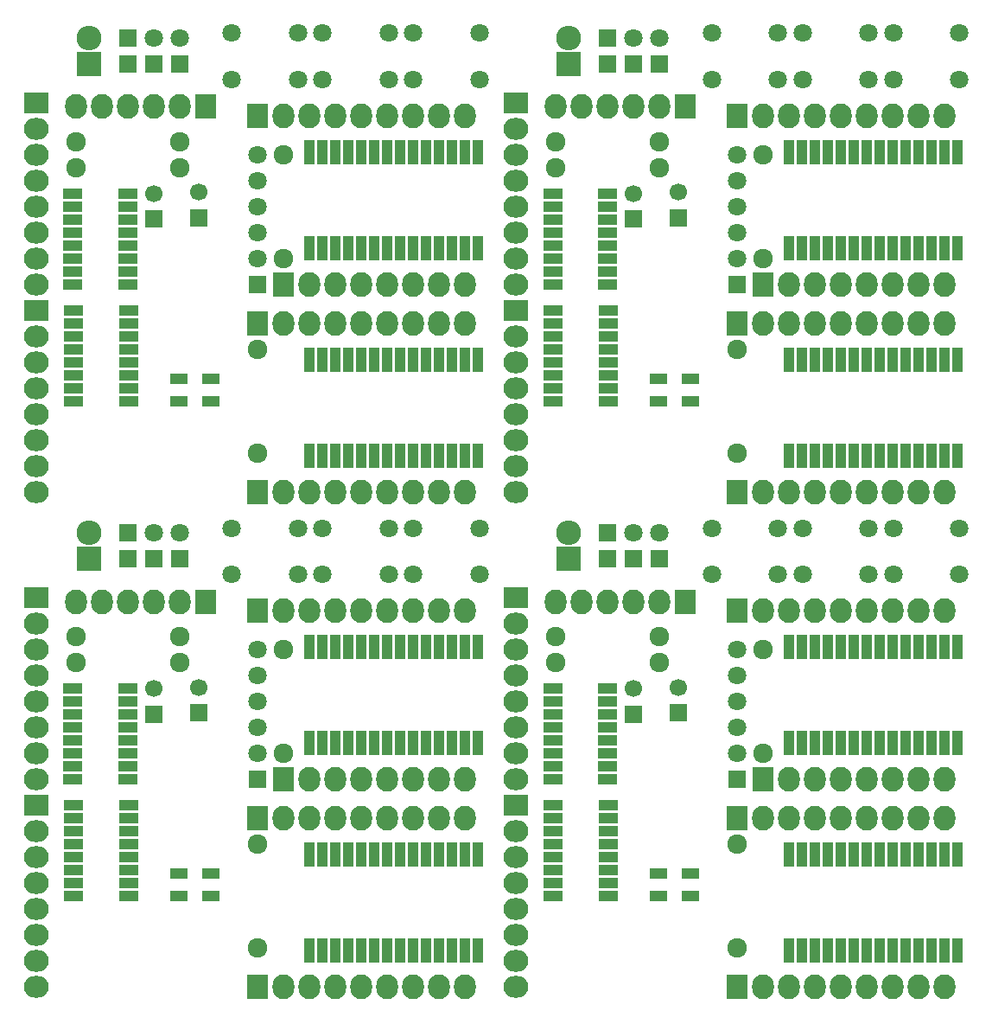
<source format=gts>
G04 #@! TF.FileFunction,Soldermask,Top*
%FSLAX46Y46*%
G04 Gerber Fmt 4.6, Leading zero omitted, Abs format (unit mm)*
G04 Created by KiCad (PCBNEW 4.0.2-stable) date Thursday, August 11, 2016 'pmt' 07:15:48 pm*
%MOMM*%
G01*
G04 APERTURE LIST*
%ADD10C,0.100000*%
%ADD11R,2.127200X2.432000*%
%ADD12O,2.127200X2.432000*%
%ADD13R,1.797000X1.797000*%
%ADD14C,1.797000*%
%ADD15R,2.432000X2.432000*%
%ADD16O,2.432000X2.432000*%
%ADD17C,1.924000*%
%ADD18R,1.700000X1.700000*%
%ADD19C,1.700000*%
%ADD20R,1.900000X1.000000*%
%ADD21R,2.432000X2.127200*%
%ADD22O,2.432000X2.127200*%
%ADD23R,1.700000X1.100000*%
%ADD24R,1.000000X2.400000*%
G04 APERTURE END LIST*
D10*
D11*
X79080200Y-71106000D03*
D12*
X76540200Y-71106000D03*
X74000200Y-71106000D03*
X71460200Y-71106000D03*
X68920200Y-71106000D03*
X66380200Y-71106000D03*
D11*
X32080200Y-71106000D03*
D12*
X29540200Y-71106000D03*
X27000200Y-71106000D03*
X24460200Y-71106000D03*
X21920200Y-71106000D03*
X19380200Y-71106000D03*
D11*
X79080200Y-22606000D03*
D12*
X76540200Y-22606000D03*
X74000200Y-22606000D03*
X71460200Y-22606000D03*
X68920200Y-22606000D03*
X66380200Y-22606000D03*
D13*
X71485600Y-64375000D03*
D14*
X74025600Y-64375000D03*
X76565600Y-64375000D03*
D13*
X24485600Y-64375000D03*
D14*
X27025600Y-64375000D03*
X29565600Y-64375000D03*
D13*
X71485600Y-15875000D03*
D14*
X74025600Y-15875000D03*
X76565600Y-15875000D03*
D13*
X71485600Y-66915000D03*
X74025600Y-66915000D03*
X76565600Y-66915000D03*
X24485600Y-66915000D03*
X27025600Y-66915000D03*
X29565600Y-66915000D03*
X71485600Y-18415000D03*
X74025600Y-18415000D03*
X76565600Y-18415000D03*
D15*
X67675600Y-66915000D03*
D16*
X67675600Y-64375000D03*
D15*
X20675600Y-66915000D03*
D16*
X20675600Y-64375000D03*
D15*
X67675600Y-18415000D03*
D16*
X67675600Y-15875000D03*
D14*
X105940700Y-63939000D03*
X105940700Y-68439000D03*
X99440700Y-63939000D03*
X99440700Y-68439000D03*
X58940700Y-63939000D03*
X58940700Y-68439000D03*
X52440700Y-63939000D03*
X52440700Y-68439000D03*
X105940700Y-15439000D03*
X105940700Y-19939000D03*
X99440700Y-15439000D03*
X99440700Y-19939000D03*
X97050700Y-63939000D03*
X97050700Y-68439000D03*
X90550700Y-63939000D03*
X90550700Y-68439000D03*
X50050700Y-63939000D03*
X50050700Y-68439000D03*
X43550700Y-63939000D03*
X43550700Y-68439000D03*
X97050700Y-15439000D03*
X97050700Y-19939000D03*
X90550700Y-15439000D03*
X90550700Y-19939000D03*
D11*
X84160200Y-71995000D03*
D12*
X86700200Y-71995000D03*
X89240200Y-71995000D03*
X91780200Y-71995000D03*
X94320200Y-71995000D03*
X96860200Y-71995000D03*
X99400200Y-71995000D03*
X101940200Y-71995000D03*
X104480200Y-71995000D03*
D11*
X37160200Y-71995000D03*
D12*
X39700200Y-71995000D03*
X42240200Y-71995000D03*
X44780200Y-71995000D03*
X47320200Y-71995000D03*
X49860200Y-71995000D03*
X52400200Y-71995000D03*
X54940200Y-71995000D03*
X57480200Y-71995000D03*
D11*
X84160200Y-23495000D03*
D12*
X86700200Y-23495000D03*
X89240200Y-23495000D03*
X91780200Y-23495000D03*
X94320200Y-23495000D03*
X96860200Y-23495000D03*
X99400200Y-23495000D03*
X101940200Y-23495000D03*
X104480200Y-23495000D03*
D14*
X88160700Y-63939000D03*
X88160700Y-68439000D03*
X81660700Y-63939000D03*
X81660700Y-68439000D03*
X41160700Y-63939000D03*
X41160700Y-68439000D03*
X34660700Y-63939000D03*
X34660700Y-68439000D03*
X88160700Y-15439000D03*
X88160700Y-19939000D03*
X81660700Y-15439000D03*
X81660700Y-19939000D03*
D17*
X66405600Y-77075000D03*
X76565600Y-77075000D03*
X19405600Y-77075000D03*
X29565600Y-77075000D03*
X66405600Y-28575000D03*
X76565600Y-28575000D03*
D18*
X74000200Y-82115000D03*
D19*
X74000200Y-79615000D03*
D18*
X27000200Y-82115000D03*
D19*
X27000200Y-79615000D03*
D18*
X74000200Y-33615000D03*
D19*
X74000200Y-31115000D03*
D20*
X66085600Y-79615000D03*
X66085600Y-80885000D03*
X66085600Y-82155000D03*
X66085600Y-83425000D03*
X66085600Y-84695000D03*
X66085600Y-85965000D03*
X66085600Y-87235000D03*
X66085600Y-88505000D03*
X71485600Y-88505000D03*
X71485600Y-87235000D03*
X71485600Y-85965000D03*
X71485600Y-84695000D03*
X71485600Y-83425000D03*
X71485600Y-82155000D03*
X71485600Y-80885000D03*
X71485600Y-79615000D03*
X19085600Y-79615000D03*
X19085600Y-80885000D03*
X19085600Y-82155000D03*
X19085600Y-83425000D03*
X19085600Y-84695000D03*
X19085600Y-85965000D03*
X19085600Y-87235000D03*
X19085600Y-88505000D03*
X24485600Y-88505000D03*
X24485600Y-87235000D03*
X24485600Y-85965000D03*
X24485600Y-84695000D03*
X24485600Y-83425000D03*
X24485600Y-82155000D03*
X24485600Y-80885000D03*
X24485600Y-79615000D03*
X66085600Y-31115000D03*
X66085600Y-32385000D03*
X66085600Y-33655000D03*
X66085600Y-34925000D03*
X66085600Y-36195000D03*
X66085600Y-37465000D03*
X66085600Y-38735000D03*
X66085600Y-40005000D03*
X71485600Y-40005000D03*
X71485600Y-38735000D03*
X71485600Y-37465000D03*
X71485600Y-36195000D03*
X71485600Y-34925000D03*
X71485600Y-33655000D03*
X71485600Y-32385000D03*
X71485600Y-31115000D03*
D17*
X66405600Y-74535000D03*
X76565600Y-74535000D03*
X19405600Y-74535000D03*
X29565600Y-74535000D03*
X66405600Y-26035000D03*
X76565600Y-26035000D03*
D21*
X62468600Y-70725000D03*
D22*
X62468600Y-73265000D03*
X62468600Y-75805000D03*
X62468600Y-78345000D03*
X62468600Y-80885000D03*
X62468600Y-83425000D03*
X62468600Y-85965000D03*
X62468600Y-88505000D03*
D21*
X15468600Y-70725000D03*
D22*
X15468600Y-73265000D03*
X15468600Y-75805000D03*
X15468600Y-78345000D03*
X15468600Y-80885000D03*
X15468600Y-83425000D03*
X15468600Y-85965000D03*
X15468600Y-88505000D03*
D21*
X62468600Y-22225000D03*
D22*
X62468600Y-24765000D03*
X62468600Y-27305000D03*
X62468600Y-29845000D03*
X62468600Y-32385000D03*
X62468600Y-34925000D03*
X62468600Y-37465000D03*
X62468600Y-40005000D03*
D18*
X78369000Y-81988000D03*
D19*
X78369000Y-79488000D03*
D18*
X31369000Y-81988000D03*
D19*
X31369000Y-79488000D03*
D18*
X78369000Y-33488000D03*
D19*
X78369000Y-30988000D03*
D23*
X76488200Y-97735000D03*
X76488200Y-99935000D03*
X79588200Y-99935000D03*
X79588200Y-97735000D03*
X29488200Y-97735000D03*
X29488200Y-99935000D03*
X32588200Y-99935000D03*
X32588200Y-97735000D03*
X76488200Y-49235000D03*
X76488200Y-51435000D03*
X79588200Y-51435000D03*
X79588200Y-49235000D03*
D20*
X66118600Y-91045000D03*
X66118600Y-92315000D03*
X66118600Y-93585000D03*
X66118600Y-94855000D03*
X66118600Y-96125000D03*
X66118600Y-97395000D03*
X66118600Y-98665000D03*
X66118600Y-99935000D03*
X71518600Y-99935000D03*
X71518600Y-98665000D03*
X71518600Y-97395000D03*
X71518600Y-96125000D03*
X71518600Y-94855000D03*
X71518600Y-93585000D03*
X71518600Y-92315000D03*
X71518600Y-91045000D03*
X19118600Y-91045000D03*
X19118600Y-92315000D03*
X19118600Y-93585000D03*
X19118600Y-94855000D03*
X19118600Y-96125000D03*
X19118600Y-97395000D03*
X19118600Y-98665000D03*
X19118600Y-99935000D03*
X24518600Y-99935000D03*
X24518600Y-98665000D03*
X24518600Y-97395000D03*
X24518600Y-96125000D03*
X24518600Y-94855000D03*
X24518600Y-93585000D03*
X24518600Y-92315000D03*
X24518600Y-91045000D03*
X66118600Y-42545000D03*
X66118600Y-43815000D03*
X66118600Y-45085000D03*
X66118600Y-46355000D03*
X66118600Y-47625000D03*
X66118600Y-48895000D03*
X66118600Y-50165000D03*
X66118600Y-51435000D03*
X71518600Y-51435000D03*
X71518600Y-50165000D03*
X71518600Y-48895000D03*
X71518600Y-47625000D03*
X71518600Y-46355000D03*
X71518600Y-45085000D03*
X71518600Y-43815000D03*
X71518600Y-42545000D03*
D21*
X62468600Y-91045000D03*
D22*
X62468600Y-93585000D03*
X62468600Y-96125000D03*
X62468600Y-98665000D03*
X62468600Y-101205000D03*
X62468600Y-103745000D03*
X62468600Y-106285000D03*
X62468600Y-108825000D03*
D21*
X15468600Y-91045000D03*
D22*
X15468600Y-93585000D03*
X15468600Y-96125000D03*
X15468600Y-98665000D03*
X15468600Y-101205000D03*
X15468600Y-103745000D03*
X15468600Y-106285000D03*
X15468600Y-108825000D03*
D21*
X62468600Y-42545000D03*
D22*
X62468600Y-45085000D03*
X62468600Y-47625000D03*
X62468600Y-50165000D03*
X62468600Y-52705000D03*
X62468600Y-55245000D03*
X62468600Y-57785000D03*
X62468600Y-60325000D03*
D11*
X84160200Y-108825000D03*
D12*
X86700200Y-108825000D03*
X89240200Y-108825000D03*
X91780200Y-108825000D03*
X94320200Y-108825000D03*
X96860200Y-108825000D03*
X99400200Y-108825000D03*
X101940200Y-108825000D03*
X104480200Y-108825000D03*
D11*
X37160200Y-108825000D03*
D12*
X39700200Y-108825000D03*
X42240200Y-108825000D03*
X44780200Y-108825000D03*
X47320200Y-108825000D03*
X49860200Y-108825000D03*
X52400200Y-108825000D03*
X54940200Y-108825000D03*
X57480200Y-108825000D03*
D11*
X84160200Y-60325000D03*
D12*
X86700200Y-60325000D03*
X89240200Y-60325000D03*
X91780200Y-60325000D03*
X94320200Y-60325000D03*
X96860200Y-60325000D03*
X99400200Y-60325000D03*
X101940200Y-60325000D03*
X104480200Y-60325000D03*
D17*
X84160200Y-94855000D03*
X84160200Y-105015000D03*
X37160200Y-94855000D03*
X37160200Y-105015000D03*
X84160200Y-46355000D03*
X84160200Y-56515000D03*
D24*
X89240200Y-105270000D03*
X90510200Y-105270000D03*
X91780200Y-105270000D03*
X93050200Y-105270000D03*
X94320200Y-105270000D03*
X95590200Y-105270000D03*
X96860200Y-105270000D03*
X98130200Y-105270000D03*
X99400200Y-105270000D03*
X100670200Y-105270000D03*
X101940200Y-105270000D03*
X103210200Y-105270000D03*
X104480200Y-105270000D03*
X105750200Y-105270000D03*
X105750200Y-95870000D03*
X104480200Y-95870000D03*
X103210200Y-95870000D03*
X101940200Y-95870000D03*
X100670200Y-95870000D03*
X99400200Y-95870000D03*
X98130200Y-95870000D03*
X96860200Y-95870000D03*
X95590200Y-95870000D03*
X94320200Y-95870000D03*
X93050200Y-95870000D03*
X91780200Y-95870000D03*
X90510200Y-95870000D03*
X89240200Y-95870000D03*
X42240200Y-105270000D03*
X43510200Y-105270000D03*
X44780200Y-105270000D03*
X46050200Y-105270000D03*
X47320200Y-105270000D03*
X48590200Y-105270000D03*
X49860200Y-105270000D03*
X51130200Y-105270000D03*
X52400200Y-105270000D03*
X53670200Y-105270000D03*
X54940200Y-105270000D03*
X56210200Y-105270000D03*
X57480200Y-105270000D03*
X58750200Y-105270000D03*
X58750200Y-95870000D03*
X57480200Y-95870000D03*
X56210200Y-95870000D03*
X54940200Y-95870000D03*
X53670200Y-95870000D03*
X52400200Y-95870000D03*
X51130200Y-95870000D03*
X49860200Y-95870000D03*
X48590200Y-95870000D03*
X47320200Y-95870000D03*
X46050200Y-95870000D03*
X44780200Y-95870000D03*
X43510200Y-95870000D03*
X42240200Y-95870000D03*
X89240200Y-56770000D03*
X90510200Y-56770000D03*
X91780200Y-56770000D03*
X93050200Y-56770000D03*
X94320200Y-56770000D03*
X95590200Y-56770000D03*
X96860200Y-56770000D03*
X98130200Y-56770000D03*
X99400200Y-56770000D03*
X100670200Y-56770000D03*
X101940200Y-56770000D03*
X103210200Y-56770000D03*
X104480200Y-56770000D03*
X105750200Y-56770000D03*
X105750200Y-47370000D03*
X104480200Y-47370000D03*
X103210200Y-47370000D03*
X101940200Y-47370000D03*
X100670200Y-47370000D03*
X99400200Y-47370000D03*
X98130200Y-47370000D03*
X96860200Y-47370000D03*
X95590200Y-47370000D03*
X94320200Y-47370000D03*
X93050200Y-47370000D03*
X91780200Y-47370000D03*
X90510200Y-47370000D03*
X89240200Y-47370000D03*
D11*
X86700200Y-88505000D03*
D12*
X89240200Y-88505000D03*
X91780200Y-88505000D03*
X94320200Y-88505000D03*
X96860200Y-88505000D03*
X99400200Y-88505000D03*
X101940200Y-88505000D03*
X104480200Y-88505000D03*
D11*
X39700200Y-88505000D03*
D12*
X42240200Y-88505000D03*
X44780200Y-88505000D03*
X47320200Y-88505000D03*
X49860200Y-88505000D03*
X52400200Y-88505000D03*
X54940200Y-88505000D03*
X57480200Y-88505000D03*
D11*
X86700200Y-40005000D03*
D12*
X89240200Y-40005000D03*
X91780200Y-40005000D03*
X94320200Y-40005000D03*
X96860200Y-40005000D03*
X99400200Y-40005000D03*
X101940200Y-40005000D03*
X104480200Y-40005000D03*
D24*
X89240200Y-84950000D03*
X90510200Y-84950000D03*
X91780200Y-84950000D03*
X93050200Y-84950000D03*
X94320200Y-84950000D03*
X95590200Y-84950000D03*
X96860200Y-84950000D03*
X98130200Y-84950000D03*
X99400200Y-84950000D03*
X100670200Y-84950000D03*
X101940200Y-84950000D03*
X103210200Y-84950000D03*
X104480200Y-84950000D03*
X105750200Y-84950000D03*
X105750200Y-75550000D03*
X104480200Y-75550000D03*
X103210200Y-75550000D03*
X101940200Y-75550000D03*
X100670200Y-75550000D03*
X99400200Y-75550000D03*
X98130200Y-75550000D03*
X96860200Y-75550000D03*
X95590200Y-75550000D03*
X94320200Y-75550000D03*
X93050200Y-75550000D03*
X91780200Y-75550000D03*
X90510200Y-75550000D03*
X89240200Y-75550000D03*
X42240200Y-84950000D03*
X43510200Y-84950000D03*
X44780200Y-84950000D03*
X46050200Y-84950000D03*
X47320200Y-84950000D03*
X48590200Y-84950000D03*
X49860200Y-84950000D03*
X51130200Y-84950000D03*
X52400200Y-84950000D03*
X53670200Y-84950000D03*
X54940200Y-84950000D03*
X56210200Y-84950000D03*
X57480200Y-84950000D03*
X58750200Y-84950000D03*
X58750200Y-75550000D03*
X57480200Y-75550000D03*
X56210200Y-75550000D03*
X54940200Y-75550000D03*
X53670200Y-75550000D03*
X52400200Y-75550000D03*
X51130200Y-75550000D03*
X49860200Y-75550000D03*
X48590200Y-75550000D03*
X47320200Y-75550000D03*
X46050200Y-75550000D03*
X44780200Y-75550000D03*
X43510200Y-75550000D03*
X42240200Y-75550000D03*
X89240200Y-36450000D03*
X90510200Y-36450000D03*
X91780200Y-36450000D03*
X93050200Y-36450000D03*
X94320200Y-36450000D03*
X95590200Y-36450000D03*
X96860200Y-36450000D03*
X98130200Y-36450000D03*
X99400200Y-36450000D03*
X100670200Y-36450000D03*
X101940200Y-36450000D03*
X103210200Y-36450000D03*
X104480200Y-36450000D03*
X105750200Y-36450000D03*
X105750200Y-27050000D03*
X104480200Y-27050000D03*
X103210200Y-27050000D03*
X101940200Y-27050000D03*
X100670200Y-27050000D03*
X99400200Y-27050000D03*
X98130200Y-27050000D03*
X96860200Y-27050000D03*
X95590200Y-27050000D03*
X94320200Y-27050000D03*
X93050200Y-27050000D03*
X91780200Y-27050000D03*
X90510200Y-27050000D03*
X89240200Y-27050000D03*
D17*
X86700200Y-85965000D03*
X86700200Y-75805000D03*
X39700200Y-85965000D03*
X39700200Y-75805000D03*
X86700200Y-37465000D03*
X86700200Y-27305000D03*
D11*
X84160200Y-92315000D03*
D12*
X86700200Y-92315000D03*
X89240200Y-92315000D03*
X91780200Y-92315000D03*
X94320200Y-92315000D03*
X96860200Y-92315000D03*
X99400200Y-92315000D03*
X101940200Y-92315000D03*
X104480200Y-92315000D03*
D11*
X37160200Y-92315000D03*
D12*
X39700200Y-92315000D03*
X42240200Y-92315000D03*
X44780200Y-92315000D03*
X47320200Y-92315000D03*
X49860200Y-92315000D03*
X52400200Y-92315000D03*
X54940200Y-92315000D03*
X57480200Y-92315000D03*
D11*
X84160200Y-43815000D03*
D12*
X86700200Y-43815000D03*
X89240200Y-43815000D03*
X91780200Y-43815000D03*
X94320200Y-43815000D03*
X96860200Y-43815000D03*
X99400200Y-43815000D03*
X101940200Y-43815000D03*
X104480200Y-43815000D03*
D13*
X84160200Y-88505000D03*
D14*
X84160200Y-85965000D03*
X84160200Y-83425000D03*
X84160200Y-80885000D03*
X84160200Y-78345000D03*
X84160200Y-75805000D03*
D13*
X37160200Y-88505000D03*
D14*
X37160200Y-85965000D03*
X37160200Y-83425000D03*
X37160200Y-80885000D03*
X37160200Y-78345000D03*
X37160200Y-75805000D03*
D13*
X84160200Y-40005000D03*
D14*
X84160200Y-37465000D03*
X84160200Y-34925000D03*
X84160200Y-32385000D03*
X84160200Y-29845000D03*
X84160200Y-27305000D03*
X58940700Y-15439000D03*
X58940700Y-19939000D03*
X52440700Y-15439000D03*
X52440700Y-19939000D03*
X50050700Y-15439000D03*
X50050700Y-19939000D03*
X43550700Y-15439000D03*
X43550700Y-19939000D03*
D20*
X19118600Y-42545000D03*
X19118600Y-43815000D03*
X19118600Y-45085000D03*
X19118600Y-46355000D03*
X19118600Y-47625000D03*
X19118600Y-48895000D03*
X19118600Y-50165000D03*
X19118600Y-51435000D03*
X24518600Y-51435000D03*
X24518600Y-50165000D03*
X24518600Y-48895000D03*
X24518600Y-47625000D03*
X24518600Y-46355000D03*
X24518600Y-45085000D03*
X24518600Y-43815000D03*
X24518600Y-42545000D03*
X19085600Y-31115000D03*
X19085600Y-32385000D03*
X19085600Y-33655000D03*
X19085600Y-34925000D03*
X19085600Y-36195000D03*
X19085600Y-37465000D03*
X19085600Y-38735000D03*
X19085600Y-40005000D03*
X24485600Y-40005000D03*
X24485600Y-38735000D03*
X24485600Y-37465000D03*
X24485600Y-36195000D03*
X24485600Y-34925000D03*
X24485600Y-33655000D03*
X24485600Y-32385000D03*
X24485600Y-31115000D03*
D13*
X24485600Y-15875000D03*
D14*
X27025600Y-15875000D03*
X29565600Y-15875000D03*
D13*
X37160200Y-40005000D03*
D14*
X37160200Y-37465000D03*
X37160200Y-34925000D03*
X37160200Y-32385000D03*
X37160200Y-29845000D03*
X37160200Y-27305000D03*
D17*
X19405600Y-26035000D03*
X29565600Y-26035000D03*
X37160200Y-46355000D03*
X37160200Y-56515000D03*
D11*
X37160200Y-60325000D03*
D12*
X39700200Y-60325000D03*
X42240200Y-60325000D03*
X44780200Y-60325000D03*
X47320200Y-60325000D03*
X49860200Y-60325000D03*
X52400200Y-60325000D03*
X54940200Y-60325000D03*
X57480200Y-60325000D03*
D11*
X37160200Y-43815000D03*
D12*
X39700200Y-43815000D03*
X42240200Y-43815000D03*
X44780200Y-43815000D03*
X47320200Y-43815000D03*
X49860200Y-43815000D03*
X52400200Y-43815000D03*
X54940200Y-43815000D03*
X57480200Y-43815000D03*
D11*
X39700200Y-40005000D03*
D12*
X42240200Y-40005000D03*
X44780200Y-40005000D03*
X47320200Y-40005000D03*
X49860200Y-40005000D03*
X52400200Y-40005000D03*
X54940200Y-40005000D03*
X57480200Y-40005000D03*
D11*
X37160200Y-23495000D03*
D12*
X39700200Y-23495000D03*
X42240200Y-23495000D03*
X44780200Y-23495000D03*
X47320200Y-23495000D03*
X49860200Y-23495000D03*
X52400200Y-23495000D03*
X54940200Y-23495000D03*
X57480200Y-23495000D03*
D21*
X15468600Y-42545000D03*
D22*
X15468600Y-45085000D03*
X15468600Y-47625000D03*
X15468600Y-50165000D03*
X15468600Y-52705000D03*
X15468600Y-55245000D03*
X15468600Y-57785000D03*
X15468600Y-60325000D03*
D21*
X15468600Y-22225000D03*
D22*
X15468600Y-24765000D03*
X15468600Y-27305000D03*
X15468600Y-29845000D03*
X15468600Y-32385000D03*
X15468600Y-34925000D03*
X15468600Y-37465000D03*
X15468600Y-40005000D03*
D23*
X29488200Y-49235000D03*
X29488200Y-51435000D03*
X32588200Y-51435000D03*
X32588200Y-49235000D03*
D13*
X24485600Y-18415000D03*
X27025600Y-18415000D03*
X29565600Y-18415000D03*
D17*
X39700200Y-37465000D03*
X39700200Y-27305000D03*
D11*
X32080200Y-22606000D03*
D12*
X29540200Y-22606000D03*
X27000200Y-22606000D03*
X24460200Y-22606000D03*
X21920200Y-22606000D03*
X19380200Y-22606000D03*
D17*
X19405600Y-28575000D03*
X29565600Y-28575000D03*
D24*
X42240200Y-56770000D03*
X43510200Y-56770000D03*
X44780200Y-56770000D03*
X46050200Y-56770000D03*
X47320200Y-56770000D03*
X48590200Y-56770000D03*
X49860200Y-56770000D03*
X51130200Y-56770000D03*
X52400200Y-56770000D03*
X53670200Y-56770000D03*
X54940200Y-56770000D03*
X56210200Y-56770000D03*
X57480200Y-56770000D03*
X58750200Y-56770000D03*
X58750200Y-47370000D03*
X57480200Y-47370000D03*
X56210200Y-47370000D03*
X54940200Y-47370000D03*
X53670200Y-47370000D03*
X52400200Y-47370000D03*
X51130200Y-47370000D03*
X49860200Y-47370000D03*
X48590200Y-47370000D03*
X47320200Y-47370000D03*
X46050200Y-47370000D03*
X44780200Y-47370000D03*
X43510200Y-47370000D03*
X42240200Y-47370000D03*
D18*
X27000200Y-33615000D03*
D19*
X27000200Y-31115000D03*
D14*
X41160700Y-15439000D03*
X41160700Y-19939000D03*
X34660700Y-15439000D03*
X34660700Y-19939000D03*
D18*
X31369000Y-33488000D03*
D19*
X31369000Y-30988000D03*
D24*
X42240200Y-36450000D03*
X43510200Y-36450000D03*
X44780200Y-36450000D03*
X46050200Y-36450000D03*
X47320200Y-36450000D03*
X48590200Y-36450000D03*
X49860200Y-36450000D03*
X51130200Y-36450000D03*
X52400200Y-36450000D03*
X53670200Y-36450000D03*
X54940200Y-36450000D03*
X56210200Y-36450000D03*
X57480200Y-36450000D03*
X58750200Y-36450000D03*
X58750200Y-27050000D03*
X57480200Y-27050000D03*
X56210200Y-27050000D03*
X54940200Y-27050000D03*
X53670200Y-27050000D03*
X52400200Y-27050000D03*
X51130200Y-27050000D03*
X49860200Y-27050000D03*
X48590200Y-27050000D03*
X47320200Y-27050000D03*
X46050200Y-27050000D03*
X44780200Y-27050000D03*
X43510200Y-27050000D03*
X42240200Y-27050000D03*
D15*
X20675600Y-18415000D03*
D16*
X20675600Y-15875000D03*
M02*

</source>
